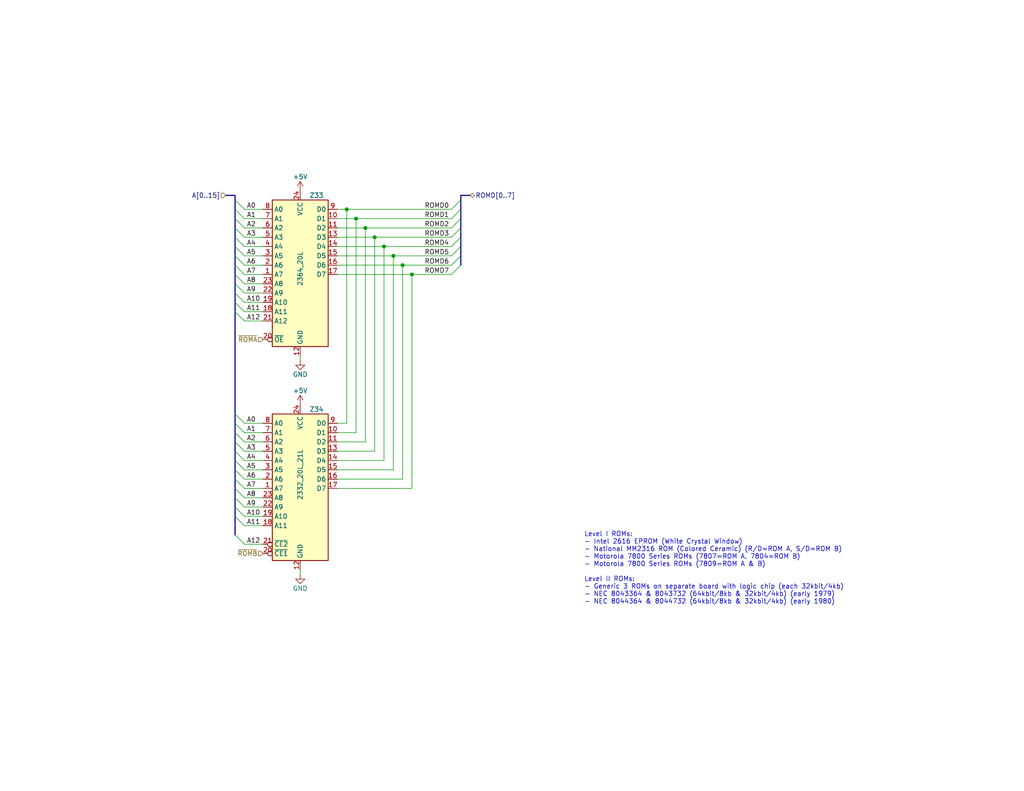
<source format=kicad_sch>
(kicad_sch (version 20230121) (generator eeschema)
  (paper "USLetter")
  (title_block (title "TRS-80 Model I G") (date "2023-10-24") (rev "E1B") (company "RetroStack - Marcel Erz") (comment 2 "ROM circuit") (comment 4 "ROM"))
  (lib_symbols
    (symbol "RetroStackLibrary:2332_20L_21L"
      (property "Reference" "U" (at 0 0 0))
      (property "Value" "2332" (at 0 0 0))
      (symbol "2332_20L_21L_1_1"
        (rectangle (start -7.62 -14.605) (end 7.62 -54.61) (stroke (width 0.254)) (fill (type background)))
        (pin input line (at -10.16 -34.925 0) (length 2.54) (name "A7") (number "1"))
        (pin tri_state line (at 10.16 -19.685 180) (length 2.54) (name "D1") (number "10"))
        (pin tri_state line (at 10.16 -22.225 180) (length 2.54) (name "D2") (number "11"))
        (pin power_in line (at 0 -57.15 90) (length 2.54) (name "GND") (number "12"))
        (pin tri_state line (at 10.16 -24.765 180) (length 2.54) (name "D3") (number "13"))
        (pin tri_state line (at 10.16 -27.305 180) (length 2.54) (name "D4") (number "14"))
        (pin tri_state line (at 10.16 -29.845 180) (length 2.54) (name "D5") (number "15"))
        (pin tri_state line (at 10.16 -32.385 180) (length 2.54) (name "D6") (number "16"))
        (pin tri_state line (at 10.16 -34.925 180) (length 2.54) (name "D7") (number "17"))
        (pin input line (at -10.16 -45.085 0) (length 2.54) (name "A11") (number "18"))
        (pin input line (at -10.16 -42.545 0) (length 2.54) (name "A10") (number "19"))
        (pin input line (at -10.16 -32.385 0) (length 2.54) (name "A6") (number "2"))
        (pin input inverted (at -10.16 -52.705 0) (length 2.54) (name "~{CE1}") (number "20"))
        (pin input inverted (at -10.16 -50.165 0) (length 2.54) (name "~{CE2}") (number "21"))
        (pin input line (at -10.16 -40.005 0) (length 2.54) (name "A9") (number "22"))
        (pin input line (at -10.16 -37.465 0) (length 2.54) (name "A8") (number "23"))
        (pin power_in line (at 0 -12.065 270) (length 2.54) (name "VCC") (number "24"))
        (pin input line (at -10.16 -29.845 0) (length 2.54) (name "A5") (number "3"))
        (pin input line (at -10.16 -27.305 0) (length 2.54) (name "A4") (number "4"))
        (pin input line (at -10.16 -24.765 0) (length 2.54) (name "A3") (number "5"))
        (pin input line (at -10.16 -22.225 0) (length 2.54) (name "A2") (number "6"))
        (pin input line (at -10.16 -19.685 0) (length 2.54) (name "A1") (number "7"))
        (pin input line (at -10.16 -17.145 0) (length 2.54) (name "A0") (number "8"))
        (pin tri_state line (at 10.16 -17.145 180) (length 2.54) (name "D0") (number "9"))
      )
    )
    (symbol "RetroStackLibrary:2364_20L"
      (property "Reference" "U" (at 0 0 0))
      (property "Value" "2364_20L" (at 0 0 0))
      (symbol "2364_20L_1_1"
        (rectangle (start -7.62 -14.605) (end 7.62 -54.61) (stroke (width 0.254)) (fill (type background)))
        (pin input line (at -10.16 -34.925 0) (length 2.54) (name "A7") (number "1"))
        (pin tri_state line (at 10.16 -19.685 180) (length 2.54) (name "D1") (number "10"))
        (pin tri_state line (at 10.16 -22.225 180) (length 2.54) (name "D2") (number "11"))
        (pin power_in line (at 0 -57.15 90) (length 2.54) (name "GND") (number "12"))
        (pin tri_state line (at 10.16 -24.765 180) (length 2.54) (name "D3") (number "13"))
        (pin tri_state line (at 10.16 -27.305 180) (length 2.54) (name "D4") (number "14"))
        (pin tri_state line (at 10.16 -29.845 180) (length 2.54) (name "D5") (number "15"))
        (pin tri_state line (at 10.16 -32.385 180) (length 2.54) (name "D6") (number "16"))
        (pin tri_state line (at 10.16 -34.925 180) (length 2.54) (name "D7") (number "17"))
        (pin input line (at -10.16 -45.085 0) (length 2.54) (name "A11") (number "18"))
        (pin input line (at -10.16 -42.545 0) (length 2.54) (name "A10") (number "19"))
        (pin input line (at -10.16 -32.385 0) (length 2.54) (name "A6") (number "2"))
        (pin input inverted (at -10.16 -52.705 0) (length 2.54) (name "~{OE}") (number "20"))
        (pin input line (at -10.16 -47.625 0) (length 2.54) (name "A12") (number "21"))
        (pin input line (at -10.16 -40.005 0) (length 2.54) (name "A9") (number "22"))
        (pin input line (at -10.16 -37.465 0) (length 2.54) (name "A8") (number "23"))
        (pin power_in line (at 0 -12.065 270) (length 2.54) (name "VCC") (number "24"))
        (pin input line (at -10.16 -29.845 0) (length 2.54) (name "A5") (number "3"))
        (pin input line (at -10.16 -27.305 0) (length 2.54) (name "A4") (number "4"))
        (pin input line (at -10.16 -24.765 0) (length 2.54) (name "A3") (number "5"))
        (pin input line (at -10.16 -22.225 0) (length 2.54) (name "A2") (number "6"))
        (pin input line (at -10.16 -19.685 0) (length 2.54) (name "A1") (number "7"))
        (pin input line (at -10.16 -17.145 0) (length 2.54) (name "A0") (number "8"))
        (pin tri_state line (at 10.16 -17.145 180) (length 2.54) (name "D0") (number "9"))
      )
    )
    (symbol "power:+5V" (power) (pin_names (offset 0))
      (property "Value" "+5V" (at 0 3.556 0))
      (symbol "+5V_0_1"
        (polyline (pts (xy -0.762 1.27) (xy 0 2.54)))
        (polyline (pts (xy 0 0) (xy 0 2.54)))
        (polyline (pts (xy 0 2.54) (xy 0.762 1.27)))
      )
      (symbol "+5V_1_1"
        (pin power_in line (at 0 0 90) (length 0) hide (name "+5V") (number "1"))
      )
    )
    (symbol "power:GND" (power) (pin_names (offset 0))
      (property "Value" "GND" (at 0 -3.81 0))
      (symbol "GND_0_1"
        (polyline (pts (xy 0 0) (xy 0 -1.27) (xy 1.27 -1.27) (xy 0 -2.54) (xy -1.27 -1.27) (xy 0 -1.27)))
      )
      (symbol "GND_1_1"
        (pin power_in line (at 0 0 270) (length 0) hide (name "GND") (number "1"))
      )
    )
  )
  (junction (at 109.855 72.39))
  (junction (at 104.775 67.31))
  (junction (at 94.615 57.15))
  (junction (at 99.695 62.23))
  (junction (at 107.315 69.85))
  (junction (at 97.155 59.69))
  (junction (at 112.395 74.93))
  (junction (at 102.235 64.77))
  (bus_entry (at 123.19 69.85) (size 2.54 -2.54))
  (bus_entry (at 66.675 64.77) (size -2.54 -2.54))
  (bus_entry (at 66.675 77.47) (size -2.54 -2.54))
  (bus_entry (at 66.675 148.59) (size -2.54 -2.54))
  (bus_entry (at 66.675 82.55) (size -2.54 -2.54))
  (bus_entry (at 66.675 138.43) (size -2.54 -2.54))
  (bus_entry (at 66.675 125.73) (size -2.54 -2.54))
  (bus_entry (at 123.19 74.93) (size 2.54 -2.54))
  (bus_entry (at 66.675 118.11) (size -2.54 -2.54))
  (bus_entry (at 123.19 67.31) (size 2.54 -2.54))
  (bus_entry (at 66.675 140.97) (size -2.54 -2.54))
  (bus_entry (at 66.675 128.27) (size -2.54 -2.54))
  (bus_entry (at 123.19 57.15) (size 2.54 -2.54))
  (bus_entry (at 66.675 57.15) (size -2.54 -2.54))
  (bus_entry (at 66.675 130.81) (size -2.54 -2.54))
  (bus_entry (at 66.675 120.65) (size -2.54 -2.54))
  (bus_entry (at 66.675 87.63) (size -2.54 -2.54))
  (bus_entry (at 123.19 64.77) (size 2.54 -2.54))
  (bus_entry (at 66.675 80.01) (size -2.54 -2.54))
  (bus_entry (at 66.675 69.85) (size -2.54 -2.54))
  (bus_entry (at 66.675 72.39) (size -2.54 -2.54))
  (bus_entry (at 66.675 123.19) (size -2.54 -2.54))
  (bus_entry (at 66.675 74.93) (size -2.54 -2.54))
  (bus_entry (at 66.675 143.51) (size -2.54 -2.54))
  (bus_entry (at 66.675 59.69) (size -2.54 -2.54))
  (bus_entry (at 66.675 115.57) (size -2.54 -2.54))
  (bus_entry (at 66.675 133.35) (size -2.54 -2.54))
  (bus_entry (at 66.675 62.23) (size -2.54 -2.54))
  (bus_entry (at 123.19 72.39) (size 2.54 -2.54))
  (bus_entry (at 123.19 59.69) (size 2.54 -2.54))
  (bus_entry (at 66.675 67.31) (size -2.54 -2.54))
  (bus_entry (at 66.675 85.09) (size -2.54 -2.54))
  (bus_entry (at 123.19 62.23) (size 2.54 -2.54))
  (bus_entry (at 66.675 135.89) (size -2.54 -2.54))
  (wire (pts (xy 66.675 135.89) (xy 71.755 135.89)))
  (bus (pts (xy 125.73 64.77) (xy 125.73 62.23)))
  (wire (pts (xy 66.675 57.15) (xy 71.755 57.15)))
  (wire (pts (xy 66.675 120.65) (xy 71.755 120.65)))
  (wire (pts (xy 92.075 69.85) (xy 107.315 69.85)))
  (bus (pts (xy 64.135 80.01) (xy 64.135 77.47)))
  (wire (pts (xy 66.675 130.81) (xy 71.755 130.81)))
  (wire (pts (xy 92.075 128.27) (xy 107.315 128.27)))
  (wire (pts (xy 66.675 87.63) (xy 71.755 87.63)))
  (wire (pts (xy 66.675 123.19) (xy 71.755 123.19)))
  (wire (pts (xy 66.675 143.51) (xy 71.755 143.51)))
  (wire (pts (xy 92.075 123.19) (xy 102.235 123.19)))
  (bus (pts (xy 125.73 53.34) (xy 128.27 53.34)))
  (wire (pts (xy 66.675 72.39) (xy 71.755 72.39)))
  (wire (pts (xy 94.615 57.15) (xy 94.615 115.57)))
  (bus (pts (xy 64.135 85.09) (xy 64.135 113.03)))
  (wire (pts (xy 66.675 140.97) (xy 71.755 140.97)))
  (wire (pts (xy 66.675 77.47) (xy 71.755 77.47)))
  (wire (pts (xy 102.235 123.19) (xy 102.235 64.77)))
  (wire (pts (xy 92.075 133.35) (xy 112.395 133.35)))
  (wire (pts (xy 104.775 125.73) (xy 104.775 67.31)))
  (wire (pts (xy 99.695 62.23) (xy 99.695 120.65)))
  (bus (pts (xy 125.73 72.39) (xy 125.73 69.85)))
  (wire (pts (xy 112.395 133.35) (xy 112.395 74.93)))
  (bus (pts (xy 64.135 77.47) (xy 64.135 74.93)))
  (wire (pts (xy 92.075 59.69) (xy 97.155 59.69)))
  (wire (pts (xy 99.695 62.23) (xy 123.19 62.23)))
  (wire (pts (xy 66.675 67.31) (xy 71.755 67.31)))
  (wire (pts (xy 81.915 155.575) (xy 81.915 156.845)))
  (wire (pts (xy 66.675 62.23) (xy 71.755 62.23)))
  (bus (pts (xy 64.135 135.89) (xy 64.135 133.35)))
  (wire (pts (xy 92.075 72.39) (xy 109.855 72.39)))
  (wire (pts (xy 92.075 130.81) (xy 109.855 130.81)))
  (wire (pts (xy 66.675 125.73) (xy 71.755 125.73)))
  (bus (pts (xy 64.135 125.73) (xy 64.135 123.19)))
  (bus (pts (xy 64.135 54.61) (xy 64.135 53.34)))
  (wire (pts (xy 94.615 57.15) (xy 123.19 57.15)))
  (wire (pts (xy 66.675 133.35) (xy 71.755 133.35)))
  (bus (pts (xy 125.73 62.23) (xy 125.73 59.69)))
  (bus (pts (xy 125.73 69.85) (xy 125.73 67.31)))
  (wire (pts (xy 66.675 118.11) (xy 71.755 118.11)))
  (bus (pts (xy 64.135 140.97) (xy 64.135 146.05)))
  (wire (pts (xy 66.675 69.85) (xy 71.755 69.85)))
  (bus (pts (xy 125.73 57.15) (xy 125.73 54.61)))
  (wire (pts (xy 66.675 128.27) (xy 71.755 128.27)))
  (wire (pts (xy 66.675 115.57) (xy 71.755 115.57)))
  (wire (pts (xy 107.315 128.27) (xy 107.315 69.85)))
  (bus (pts (xy 64.135 138.43) (xy 64.135 135.89)))
  (wire (pts (xy 92.075 118.11) (xy 97.155 118.11)))
  (bus (pts (xy 64.135 133.35) (xy 64.135 130.81)))
  (wire (pts (xy 66.675 138.43) (xy 71.755 138.43)))
  (bus (pts (xy 64.135 140.97) (xy 64.135 138.43)))
  (wire (pts (xy 92.075 62.23) (xy 99.695 62.23)))
  (bus (pts (xy 64.135 57.15) (xy 64.135 54.61)))
  (wire (pts (xy 92.075 120.65) (xy 99.695 120.65)))
  (wire (pts (xy 66.675 74.93) (xy 71.755 74.93)))
  (wire (pts (xy 92.075 64.77) (xy 102.235 64.77)))
  (wire (pts (xy 109.855 72.39) (xy 123.19 72.39)))
  (wire (pts (xy 66.675 64.77) (xy 71.755 64.77)))
  (bus (pts (xy 125.73 67.31) (xy 125.73 64.77)))
  (bus (pts (xy 64.135 120.65) (xy 64.135 118.11)))
  (bus (pts (xy 61.595 53.34) (xy 64.135 53.34)))
  (bus (pts (xy 64.135 62.23) (xy 64.135 59.69)))
  (bus (pts (xy 64.135 69.85) (xy 64.135 67.31)))
  (bus (pts (xy 64.135 64.77) (xy 64.135 62.23)))
  (bus (pts (xy 64.135 123.19) (xy 64.135 120.65)))
  (bus (pts (xy 64.135 82.55) (xy 64.135 85.09)))
  (wire (pts (xy 97.155 59.69) (xy 97.155 118.11)))
  (wire (pts (xy 81.915 97.155) (xy 81.915 98.425)))
  (wire (pts (xy 109.855 130.81) (xy 109.855 72.39)))
  (bus (pts (xy 64.135 59.69) (xy 64.135 57.15)))
  (bus (pts (xy 64.135 130.81) (xy 64.135 128.27)))
  (wire (pts (xy 66.675 59.69) (xy 71.755 59.69)))
  (wire (pts (xy 66.675 82.55) (xy 71.755 82.55)))
  (bus (pts (xy 64.135 82.55) (xy 64.135 80.01)))
  (wire (pts (xy 92.075 74.93) (xy 112.395 74.93)))
  (wire (pts (xy 92.075 67.31) (xy 104.775 67.31)))
  (wire (pts (xy 112.395 74.93) (xy 123.19 74.93)))
  (wire (pts (xy 92.075 57.15) (xy 94.615 57.15)))
  (bus (pts (xy 64.135 74.93) (xy 64.135 72.39)))
  (wire (pts (xy 66.675 80.01) (xy 71.755 80.01)))
  (bus (pts (xy 125.73 54.61) (xy 125.73 53.34)))
  (wire (pts (xy 66.675 85.09) (xy 71.755 85.09)))
  (wire (pts (xy 92.075 125.73) (xy 104.775 125.73)))
  (bus (pts (xy 64.135 115.57) (xy 64.135 113.03)))
  (wire (pts (xy 104.775 67.31) (xy 123.19 67.31)))
  (wire (pts (xy 92.075 115.57) (xy 94.615 115.57)))
  (bus (pts (xy 64.135 72.39) (xy 64.135 69.85)))
  (wire (pts (xy 66.675 148.59) (xy 71.755 148.59)))
  (wire (pts (xy 102.235 64.77) (xy 123.19 64.77)))
  (wire (pts (xy 97.155 59.69) (xy 123.19 59.69)))
  (bus (pts (xy 64.135 128.27) (xy 64.135 125.73)))
  (bus (pts (xy 64.135 118.11) (xy 64.135 115.57)))
  (bus (pts (xy 64.135 67.31) (xy 64.135 64.77)))
  (wire (pts (xy 107.315 69.85) (xy 123.19 69.85)))
  (bus (pts (xy 125.73 59.69) (xy 125.73 57.15)))
  (text "Level I ROMs:\n- Intel 2616 EPROM (White Crystal Window)\n- National MM2316 ROM (Colored Ceramic) (R/D=ROM A, S/D=ROM B)\n- Motorola 7800 Series ROMs (7807=ROM A, 7804=ROM B)\n- Motorola 7800 Series ROMs (7809=ROM A & B)\n\nLevel II ROMs:\n- Generic 3 ROMs on separate board with logic chip (each 32kbit/4kb)\n- NEC 8043364 & 8043732 (64kbit/8kb & 32kbit/4kb) (early 1979)\n- NEC 8044364 & 8044732 (64kbit/8kb & 32kbit/4kb) (early 1980)" (at 159.385 165.1 0) (effects (font (size 1.27 1.27)) (justify left bottom)))
  (label "A4" (at 67.31 125.73 0))
  (label "A9" (at 67.31 138.43 0))
  (label "A0" (at 67.31 115.57 0))
  (label "A1" (at 67.31 59.69 0))
  (label "A11" (at 67.31 85.09 0))
  (label "A11" (at 67.31 143.51 0))
  (label "A5" (at 67.31 128.27 0))
  (label "ROMD7" (at 122.555 74.93 180))
  (label "A10" (at 67.31 82.55 0))
  (label "A8" (at 67.31 77.47 0))
  (label "A4" (at 67.31 67.31 0))
  (label "A0" (at 67.31 57.15 0))
  (label "ROMD2" (at 122.555 62.23 180))
  (label "A5" (at 67.31 69.85 0))
  (label "A7" (at 67.31 74.93 0))
  (label "A1" (at 67.31 118.11 0))
  (label "A6" (at 67.31 72.39 0))
  (label "A9" (at 67.31 80.01 0))
  (label "A2" (at 67.31 120.65 0))
  (label "ROMD0" (at 122.555 57.15 180))
  (label "ROMD3" (at 122.555 64.77 180))
  (label "A12" (at 67.31 148.59 0))
  (label "A10" (at 67.31 140.97 0))
  (label "ROMD4" (at 122.555 67.31 180))
  (label "A8" (at 67.31 135.89 0))
  (label "A7" (at 67.31 133.35 0))
  (label "ROMD6" (at 122.555 72.39 180))
  (label "A3" (at 67.31 123.19 0))
  (label "ROMD1" (at 122.555 59.69 180))
  (label "A2" (at 67.31 62.23 0))
  (label "A12" (at 67.31 87.63 0))
  (label "ROMD5" (at 122.555 69.85 180))
  (label "A6" (at 67.31 130.81 0))
  (label "A3" (at 67.31 64.77 0))
  (hierarchical_label "~{ROMA}" (shape input) (at 71.755 92.71 180))
  (hierarchical_label "~{ROMB}" (shape input) (at 71.755 151.13 180))
  (hierarchical_label "A[0..15]" (shape input) (at 61.595 53.34 180))
  (hierarchical_label "ROMD[0..7]" (shape tri_state) (at 128.27 53.34 0))
  (symbol (lib_id "power:+5V") (at 81.915 110.49 0) (unit 1)
    (property "Reference" "#PWR015" (effects hide))
    (property "Value" "+5V" (at 81.915 106.68 0))
    (instances (project "TRS80_Model_I_G_E1" (path "" (reference "#PWR015") (unit 1)) (path "" (reference "#PWR0105") (unit 1)) (path "" (reference "#PWR0183") (unit 1))))
  )
  (symbol (lib_id "power:+5V") (at 81.915 52.07 0) (unit 1)
    (property "Reference" "#PWR015" (effects hide))
    (property "Value" "+5V" (at 81.915 48.26 0))
    (instances (project "TRS80_Model_I_G_E1" (path "" (reference "#PWR015") (unit 1)) (path "" (reference "#PWR0105") (unit 1)) (path "" (reference "#PWR0182") (unit 1))))
  )
  (symbol (lib_id "power:GND") (at 81.915 98.425 0) (unit 1)
    (property "Reference" "#PWR014" (effects hide))
    (property "Value" "GND" (at 81.915 102.235 0))
    (instances (project "TRS80_Model_I_G_E1" (path "" (reference "#PWR014") (unit 1)) (path "" (reference "#PWR0106") (unit 1)) (path "" (reference "#PWR0180") (unit 1))))
  )
  (symbol (lib_id "RetroStackLibrary:2332_20L_21L") (at 81.915 98.425 0) (unit 1)
    (property "Reference" "Z34" (at 84.455 111.76 0) (effects (justify left)))
    (property "Value" "2332_20L_21L" (at 81.915 136.525 90) (effects (justify left)))
    (property "Footprint" "RetroStackLibrary:TRS80_Model_I_DIP24" (effects hide))
    (property "Datasheet" "http://archive.6502.org/datasheets/mos_2332_rom_feb_1980.pdf" (effects hide))
  )
  (symbol (lib_id "power:GND") (at 81.915 156.845 0) (unit 1)
    (property "Reference" "#PWR014" (effects hide))
    (property "Value" "GND" (at 81.915 160.655 0))
    (instances (project "TRS80_Model_I_G_E1" (path "" (reference "#PWR014") (unit 1)) (path "" (reference "#PWR0106") (unit 1)) (path "" (reference "#PWR0181") (unit 1))))
  )
  (symbol (lib_id "RetroStackLibrary:2364_20L") (at 81.915 40.005 0) (unit 1)
    (property "Reference" "Z33" (at 84.455 53.34 0) (effects (justify left)))
    (property "Value" "2364_20L" (at 81.915 78.105 90) (effects (justify left)))
    (property "Footprint" "RetroStackLibrary:TRS80_Model_I_DIP24" (effects hide))
    (property "Datasheet" "https://archive.org/details/mos_2364_rom_feb_1980" (effects hide))
  )
)
</source>
